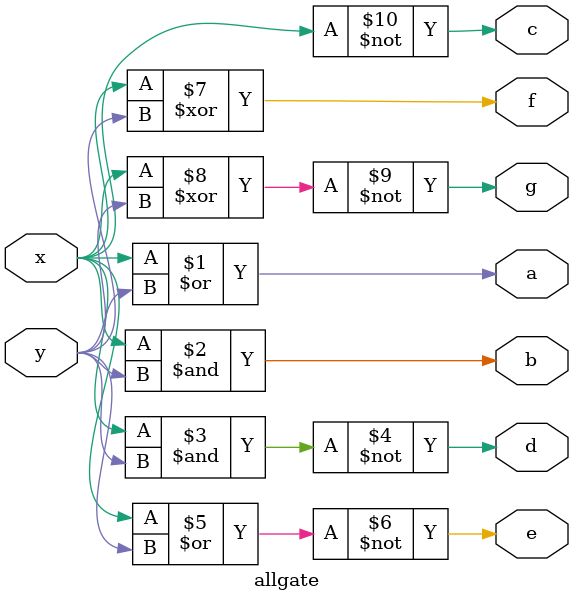
<source format=v>
module allgate(input x,y, output a,b,c,d,e,f,g);
  or (a,x,y);
  and (b,x,y);
  not (c,x);
  nand (d,x,y);
  nor (e,x,y);
  xor (f,x,y);
  xnor (g,x,y);
endmodule

</source>
